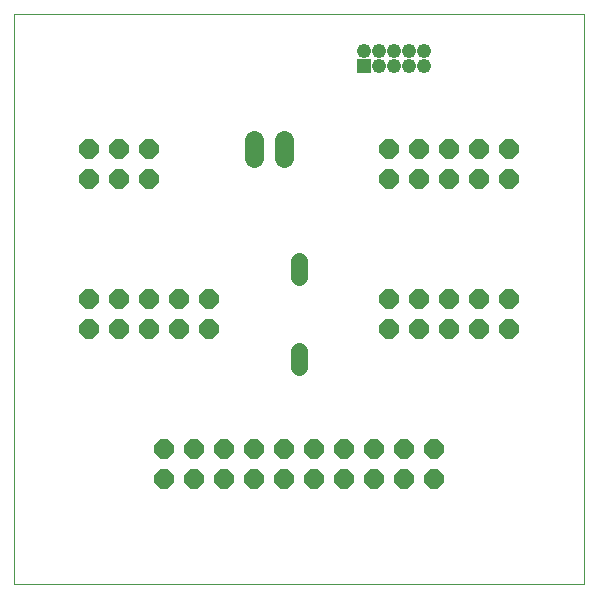
<source format=gbs>
G75*
%MOIN*%
%OFA0B0*%
%FSLAX25Y25*%
%IPPOS*%
%LPD*%
%AMOC8*
5,1,8,0,0,1.08239X$1,22.5*
%
%ADD10C,0.00000*%
%ADD11R,0.04762X0.04762*%
%ADD12C,0.04762*%
%ADD13OC8,0.06400*%
%ADD14C,0.05600*%
%ADD15C,0.06400*%
D10*
X0011984Y0006984D02*
X0011984Y0196984D01*
X0201984Y0196984D01*
X0201984Y0006984D01*
X0011984Y0006984D01*
D11*
X0128480Y0179484D03*
D12*
X0133480Y0179484D03*
X0138480Y0179484D03*
X0138480Y0184484D03*
X0133480Y0184484D03*
X0128480Y0184484D03*
X0143480Y0184484D03*
X0148480Y0184484D03*
X0148480Y0179484D03*
X0143480Y0179484D03*
D13*
X0146984Y0151984D03*
X0136984Y0151984D03*
X0136984Y0141984D03*
X0146984Y0141984D03*
X0156984Y0141984D03*
X0156984Y0151984D03*
X0166984Y0151984D03*
X0176984Y0151984D03*
X0176984Y0141984D03*
X0166984Y0141984D03*
X0166984Y0101984D03*
X0166984Y0091984D03*
X0176984Y0091984D03*
X0176984Y0101984D03*
X0156984Y0101984D03*
X0156984Y0091984D03*
X0146984Y0091984D03*
X0136984Y0091984D03*
X0136984Y0101984D03*
X0146984Y0101984D03*
X0141984Y0051984D03*
X0141984Y0041984D03*
X0131984Y0041984D03*
X0121984Y0041984D03*
X0121984Y0051984D03*
X0131984Y0051984D03*
X0111984Y0051984D03*
X0111984Y0041984D03*
X0101984Y0041984D03*
X0101984Y0051984D03*
X0091984Y0051984D03*
X0091984Y0041984D03*
X0081984Y0041984D03*
X0081984Y0051984D03*
X0071984Y0051984D03*
X0071984Y0041984D03*
X0061984Y0041984D03*
X0061984Y0051984D03*
X0056984Y0091984D03*
X0056984Y0101984D03*
X0046984Y0101984D03*
X0046984Y0091984D03*
X0036984Y0091984D03*
X0036984Y0101984D03*
X0066984Y0101984D03*
X0066984Y0091984D03*
X0076984Y0091984D03*
X0076984Y0101984D03*
X0056984Y0141984D03*
X0046984Y0141984D03*
X0036984Y0141984D03*
X0036984Y0151984D03*
X0046984Y0151984D03*
X0056984Y0151984D03*
X0151984Y0051984D03*
X0151984Y0041984D03*
D14*
X0106984Y0079384D02*
X0106984Y0084584D01*
X0106984Y0109384D02*
X0106984Y0114584D01*
D15*
X0101984Y0148984D02*
X0101984Y0154984D01*
X0091984Y0154984D02*
X0091984Y0148984D01*
M02*

</source>
